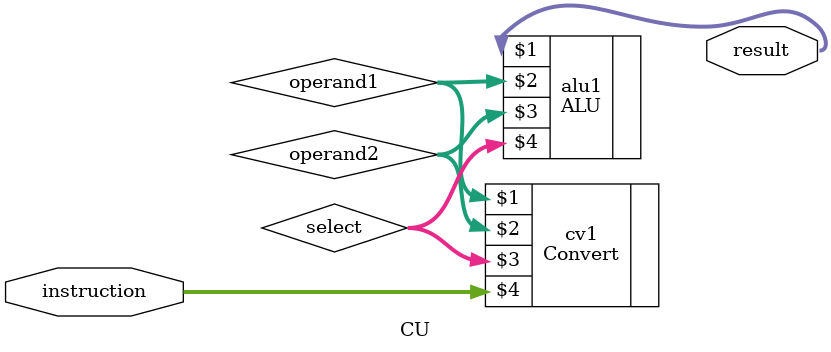
<source format=v>
`timescale 1ns/1ns

`include "Convert.v"  //including module Convert and module ALU.
`include "ALU.v"

module CU(result, instruction);

	input [18:0] instruction;
	output [7:0] result;
	wire [7:0] select;
	wire [7:0] operand1;
	wire [7:0] operand2;

	//Using Convert 3 8 bit buses are created which are then sent as input to the ALU which gives the result of 8 bits.

	Convert cv1(operand1, operand2, select, instruction);
	ALU alu1(result, operand1, operand2, select);
	
endmodule 

</source>
